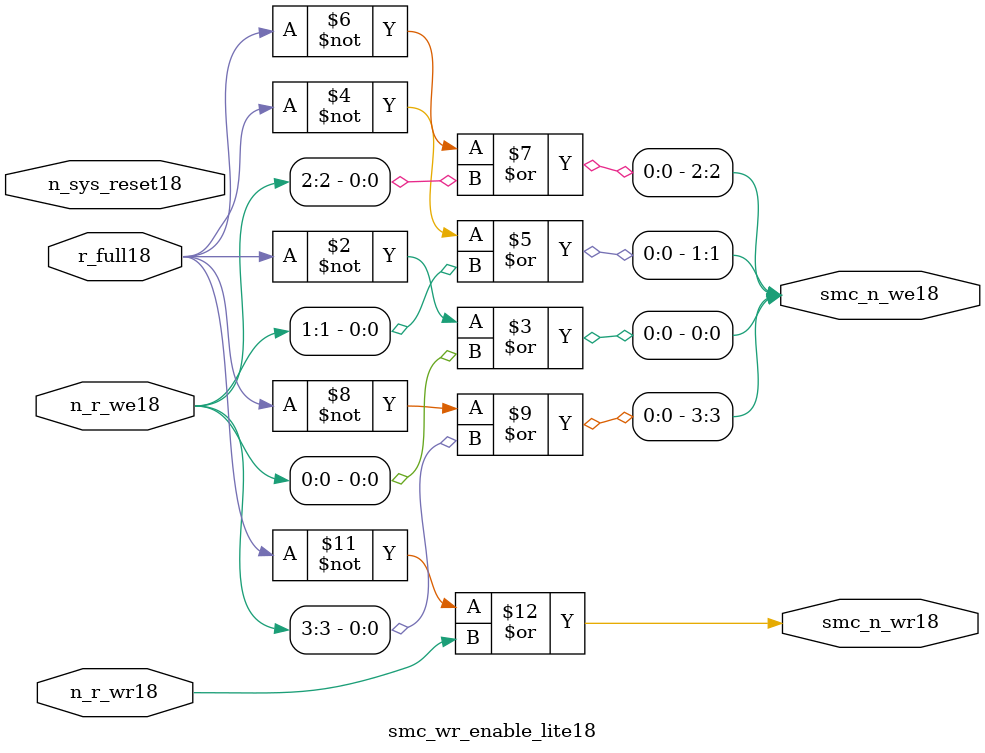
<source format=v>


  module smc_wr_enable_lite18 (

                      //inputs18                      

                      n_sys_reset18,
                      r_full18,
                      n_r_we18,
                      n_r_wr18,

                      //outputs18

                      smc_n_we18,
                      smc_n_wr18);

//I18/O18
   
   input             n_sys_reset18;   //system reset
   input             r_full18;    // Full cycle write strobe18
   input [3:0]       n_r_we18;    //write enable from smc_strobe18
   input             n_r_wr18;    //write strobe18 from smc_strobe18
   output [3:0]      smc_n_we18;  // write enable (active low18)
   output            smc_n_wr18;  // write strobe18 (active low18)
   
   
//output reg declaration18.
   
   reg [3:0]          smc_n_we18;
   reg                smc_n_wr18;

//----------------------------------------------------------------------
// negedge strobes18 with clock18.
//----------------------------------------------------------------------
      

//----------------------------------------------------------------------
      
//--------------------------------------------------------------------
// Gate18 Write strobes18 with clock18.
//--------------------------------------------------------------------

  always @(r_full18 or n_r_we18)
  
  begin
  
     smc_n_we18[0] = ((~r_full18  ) | n_r_we18[0] );

     smc_n_we18[1] = ((~r_full18  ) | n_r_we18[1] );

     smc_n_we18[2] = ((~r_full18  ) | n_r_we18[2] );

     smc_n_we18[3] = ((~r_full18  ) | n_r_we18[3] );

  
  end

//--------------------------------------------------------------------   
//write strobe18 generation18
//--------------------------------------------------------------------   

  always @(n_r_wr18 or r_full18 )
  
     begin
  
        smc_n_wr18 = ((~r_full18 ) | n_r_wr18 );
       
     end

endmodule // smc_wr_enable18


</source>
